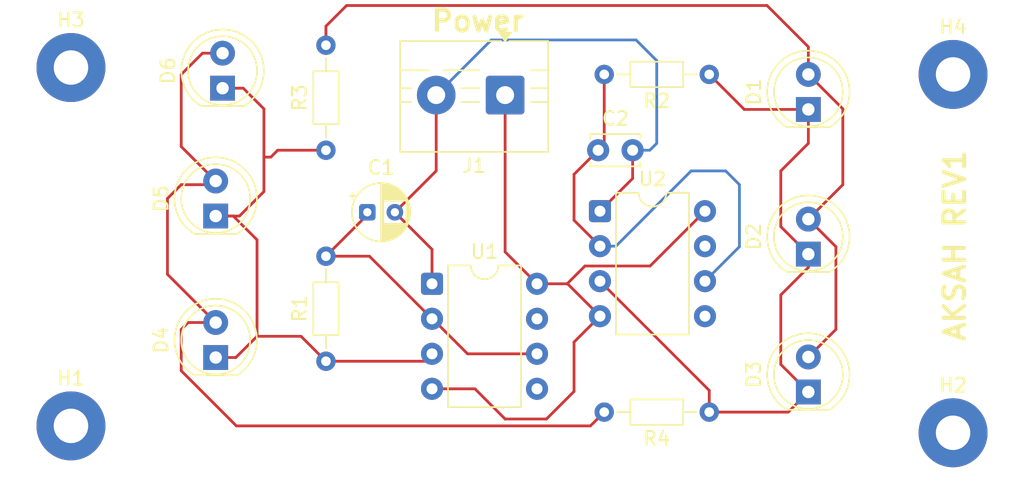
<source format=kicad_pcb>
(kicad_pcb (version 20241229) (generator "pcbnew") (generator_version "9.0")
  (layers (0 "F.Cu" signal) (2 "B.Cu" signal) (13 "F.Paste" user) (15 "B.Paste" user) (5 "F.SilkS" user "F.Silkscreen") (7 "B.SilkS" user "B.Silkscreen") (1 "F.Mask" user) (3 "B.Mask" user) (25 "Edge.Cuts" user))
  (net 0 "")
  (net 1 "GND")
  (net 2 "+9V")
  (net 3 "Net-(U1-THR)")
  (net 4 "Net-(D4-K)")
  (net 5 "Net-(D1-K)")
  (net 6 "Net-(U2-THR)")
  (net 7 "Net-(D1-A)")
  (net 8 "Net-(D4-A)")
  (footprint "LED_THT:LED_D5.0mm" (layer "F.Cu") (at 154 127.04 90)
    (property "Reference" "D2" (at 1.27 -3.96 90) (layer "F.SilkS"))
    (property "Value" "LED")
    (fp_line (start -1.29 -1.545) (end -1.29 1.545) (stroke (width 0.12)) (layer "F.SilkS"))
    (fp_arc (start -1.29 -1.54483) (mid 2.071779 -2.880495) (end 4.26 0) (stroke (width 0.12)) (layer "F.SilkS"))
    (fp_arc (start 4.26 0) (mid 2.071779 2.880495) (end -1.29 1.54483) (stroke (width 0.12)) (layer "F.SilkS"))
    (fp_circle (center 1.27 0) (end 3.77 0) (stroke (width 0.12)) (fill no) (layer "F.SilkS"))
    (pad "1" thru_hole rect (at 0 0 90) (size 1.8 1.8) (drill 0.9) (layers "*.Cu" "*.Mask") (net 5 "Net-(D1-K)"))
    (pad "2" thru_hole circle (at 2.54 0 90) (size 1.8 1.8) (drill 0.9) (layers "*.Cu" "*.Mask") (net 7 "Net-(D1-A)"))
  )
  (footprint "Capacitor_THT:CP_Radial_D4.0mm_P2.00mm" (layer "F.Cu") (at 122 124)
    (property "Reference" "C1" (at 1 -3.25 0) (layer "F.SilkS"))
    (property "Value" "C_Polarized")
    (fp_line (start -1.269801 -1.195) (end -0.869801 -1.195) (stroke (width 0.12)) (layer "F.SilkS"))
    (fp_line (start -1.069801 -1.395) (end -1.069801 -0.995) (stroke (width 0.12)) (layer "F.SilkS"))
    (fp_line (start 1 -2.08) (end 1 2.08) (stroke (width 0.12)) (layer "F.SilkS"))
    (fp_line (start 1.04 -2.08) (end 1.04 2.08) (stroke (width 0.12)) (layer "F.SilkS"))
    (fp_line (start 1.08 -2.078) (end 1.08 2.078) (stroke (width 0.12)) (layer "F.SilkS"))
    (fp_line (start 1.12 -2.077) (end 1.12 2.077) (stroke (width 0.12)) (layer "F.SilkS"))
    (fp_line (start 1.16 -2.074) (end 1.16 2.074) (stroke (width 0.12)) (layer "F.SilkS"))
    (fp_line (start 1.2 -2.071) (end 1.2 -0.84) (stroke (width 0.12)) (layer "F.SilkS"))
    (fp_line (start 1.2 0.84) (end 1.2 2.071) (stroke (width 0.12)) (layer "F.SilkS"))
    (fp_line (start 1.24 -2.066) (end 1.24 -0.84) (stroke (width 0.12)) (layer "F.SilkS"))
    (fp_line (start 1.24 0.84) (end 1.24 2.066) (stroke (width 0.12)) (layer "F.SilkS"))
    (fp_line (start 1.28 -2.061) (end 1.28 -0.84) (stroke (width 0.12)) (layer "F.SilkS"))
    (fp_line (start 1.28 0.84) (end 1.28 2.061) (stroke (width 0.12)) (layer "F.SilkS"))
    (fp_line (start 1.32 -2.056) (end 1.32 -0.84) (stroke (width 0.12)) (layer "F.SilkS"))
    (fp_line (start 1.32 0.84) (end 1.32 2.056) (stroke (width 0.12)) (layer "F.SilkS"))
    (fp_line (start 1.36 -2.049) (end 1.36 -0.84) (stroke (width 0.12)) (layer "F.SilkS"))
    (fp_line (start 1.36 0.84) (end 1.36 2.049) (stroke (width 0.12)) (layer "F.SilkS"))
    (fp_line (start 1.4 -2.042) (end 1.4 -0.84) (stroke (width 0.12)) (layer "F.SilkS"))
    (fp_line (start 1.4 0.84) (end 1.4 2.042) (stroke (width 0.12)) (layer "F.SilkS"))
    (fp_line (start 1.44 -2.034) (end 1.44 -0.84) (stroke (width 0.12)) (layer "F.SilkS"))
    (fp_line (start 1.44 0.84) (end 1.44 2.034) (stroke (width 0.12)) (layer "F.SilkS"))
    (fp_line (start 1.48 -2.025) (end 1.48 -0.84) (stroke (width 0.12)) (layer "F.SilkS"))
    (fp_line (start 1.48 0.84) (end 1.48 2.025) (stroke (width 0.12)) (layer "F.SilkS"))
    (fp_line (start 1.52 -2.015) (end 1.52 -0.84) (stroke (width 0.12)) (layer "F.SilkS"))
    (fp_line (start 1.52 0.84) (end 1.52 2.015) (stroke (width 0.12)) (layer "F.SilkS"))
    (fp_line (start 1.56 -2.005) (end 1.56 -0.84) (stroke (width 0.12)) (layer "F.SilkS"))
    (fp_line (start 1.56 0.84) (end 1.56 2.005) (stroke (width 0.12)) (layer "F.SilkS"))
    (fp_line (start 1.6 -1.993) (end 1.6 -0.84) (stroke (width 0.12)) (layer "F.SilkS"))
    (fp_line (start 1.6 0.84) (end 1.6 1.993) (stroke (width 0.12)) (layer "F.SilkS"))
    (fp_line (start 1.64 -1.981) (end 1.64 -0.84) (stroke (width 0.12)) (layer "F.SilkS"))
    (fp_line (start 1.64 0.84) (end 1.64 1.981) (stroke (width 0.12)) (layer "F.SilkS"))
    (fp_line (start 1.68 -1.968) (end 1.68 -0.84) (stroke (width 0.12)) (layer "F.SilkS"))
    (fp_line (start 1.68 0.84) (end 1.68 1.968) (stroke (width 0.12)) (layer "F.SilkS"))
    (fp_line (start 1.72 -1.954) (end 1.72 -0.84) (stroke (width 0.12)) (layer "F.SilkS"))
    (fp_line (start 1.72 0.84) (end 1.72 1.954) (stroke (width 0.12)) (layer "F.SilkS"))
    (fp_line (start 1.76 -1.939) (end 1.76 -0.84) (stroke (width 0.12)) (layer "F.SilkS"))
    (fp_line (start 1.76 0.84) (end 1.76 1.939) (stroke (width 0.12)) (layer "F.SilkS"))
    (fp_line (start 1.8 -1.923) (end 1.8 -0.84) (stroke (width 0.12)) (layer "F.SilkS"))
    (fp_line (start 1.8 0.84) (end 1.8 1.923) (stroke (width 0.12)) (layer "F.SilkS"))
    (fp_line (start 1.84 -1.906) (end 1.84 -0.84) (stroke (width 0.12)) (layer "F.SilkS"))
    (fp_line (start 1.84 0.84) (end 1.84 1.906) (stroke (width 0.12)) (layer "F.SilkS"))
    (fp_line (start 1.88 -1.889) (end 1.88 -0.84) (stroke (width 0.12)) (layer "F.SilkS"))
    (fp_line (start 1.88 0.84) (end 1.88 1.889) (stroke (width 0.12)) (layer "F.SilkS"))
    (fp_line (start 1.92 -1.87) (end 1.92 -0.84) (stroke (width 0.12)) (layer "F.SilkS"))
    (fp_line (start 1.92 0.84) (end 1.92 1.87) (stroke (width 0.12)) (layer "F.SilkS"))
    (fp_line (start 1.96 -1.85) (end 1.96 -0.84) (stroke (width 0.12)) (layer "F.SilkS"))
    (fp_line (start 1.96 0.84) (end 1.96 1.85) (stroke (width 0.12)) (layer "F.SilkS"))
    (fp_line (start 2 -1.829) (end 2 -0.84) (stroke (width 0.12)) (layer "F.SilkS"))
    (fp_line (start 2 0.84) (end 2 1.829) (stroke (width 0.12)) (layer "F.SilkS"))
    (fp_line (start 2.04 -1.807) (end 2.04 -0.84) (stroke (width 0.12)) (layer "F.SilkS"))
    (fp_line (start 2.04 0.84) (end 2.04 1.807) (stroke (width 0.12)) (layer "F.SilkS"))
    (fp_line (start 2.08 -1.784) (end 2.08 -0.84) (stroke (width 0.12)) (layer "F.SilkS"))
    (fp_line (start 2.08 0.84) (end 2.08 1.784) (stroke (width 0.12)) (layer "F.SilkS"))
    (fp_line (start 2.12 -1.76) (end 2.12 -0.84) (stroke (width 0.12)) (layer "F.SilkS"))
    (fp_line (start 2.12 0.84) (end 2.12 1.76) (stroke (width 0.12)) (layer "F.SilkS"))
    (fp_line (start 2.16 -1.734) (end 2.16 -0.84) (stroke (width 0.12)) (layer "F.SilkS"))
    (fp_line (start 2.16 0.84) (end 2.16 1.734) (stroke (width 0.12)) (layer "F.SilkS"))
    (fp_line (start 2.2 -1.708) (end 2.2 -0.84) (stroke (width 0.12)) (layer "F.SilkS"))
    (fp_line (start 2.2 0.84) (end 2.2 1.708) (stroke (width 0.12)) (layer "F.SilkS"))
    (fp_line (start 2.24 -1.68) (end 2.24 -0.84) (stroke (width 0.12)) (layer "F.SilkS"))
    (fp_line (start 2.24 0.84) (end 2.24 1.68) (stroke (width 0.12)) (layer "F.SilkS"))
    (fp_line (start 2.28 -1.65) (end 2.28 -0.84) (stroke (width 0.12)) (layer "F.SilkS"))
    (fp_line (start 2.28 0.84) (end 2.28 1.65) (stroke (width 0.12)) (layer "F.SilkS"))
    (fp_line (start 2.32 -1.619) (end 2.32 -0.84) (stroke (width 0.12)) (layer "F.SilkS"))
    (fp_line (start 2.32 0.84) (end 2.32 1.619) (stroke (width 0.12)) (layer "F.SilkS"))
    (fp_line (start 2.36 -1.586) (end 2.36 -0.84) (stroke (width 0.12)) (layer "F.SilkS"))
    (fp_line (start 2.36 0.84) (end 2.36 1.586) (stroke (width 0.12)) (layer "F.SilkS"))
    (fp_line (start 2.4 -1.552) (end 2.4 -0.84) (stroke (width 0.12)) (layer "F.SilkS"))
    (fp_line (start 2.4 0.84) (end 2.4 1.552) (stroke (width 0.12)) (layer "F.SilkS"))
    (fp_line (start 2.44 -1.516) (end 2.44 -0.84) (stroke (width 0.12)) (layer "F.SilkS"))
    (fp_line (start 2.44 0.84) (end 2.44 1.516) (stroke (width 0.12)) (layer "F.SilkS"))
    (fp_line (start 2.48 -1.478) (end 2.48 -0.84) (stroke (width 0.12)) (layer "F.SilkS"))
    (fp_line (start 2.48 0.84) (end 2.48 1.478) (stroke (width 0.12)) (layer "F.SilkS"))
    (fp_line (start 2.52 -1.438) (end 2.52 -0.84) (stroke (width 0.12)) (layer "F.SilkS"))
    (fp_line (start 2.52 0.84) (end 2.52 1.438) (stroke (width 0.12)) (layer "F.SilkS"))
    (fp_line (start 2.56 -1.396) (end 2.56 -0.84) (stroke (width 0.12)) (layer "F.SilkS"))
    (fp_line (start 2.56 0.84) (end 2.56 1.396) (stroke (width 0.12)) (layer "F.SilkS"))
    (fp_line (start 2.6 -1.351) (end 2.6 -0.84) (stroke (width 0.12)) (layer "F.SilkS"))
    (fp_line (start 2.6 0.84) (end 2.6 1.351) (stroke (width 0.12)) (layer "F.SilkS"))
    (fp_line (start 2.64 -1.303) (end 2.64 -0.84) (stroke (width 0.12)) (layer "F.SilkS"))
    (fp_line (start 2.64 0.84) (end 2.64 1.303) (stroke (width 0.12)) (layer "F.SilkS"))
    (fp_line (start 2.68 -1.253) (end 2.68 -0.84) (stroke (width 0.12)) (layer "F.SilkS"))
    (fp_line (start 2.68 0.84) (end 2.68 1.253) (stroke (width 0.12)) (layer "F.SilkS"))
    (fp_line (start 2.72 -1.199) (end 2.72 -0.84) (stroke (width 0.12)) (layer "F.SilkS"))
    (fp_line (start 2.72 0.84) (end 2.72 1.199) (stroke (width 0.12)) (layer "F.SilkS"))
    (fp_line (start 2.76 -1.142) (end 2.76 -0.84) (stroke (width 0.12)) (layer "F.SilkS"))
    (fp_line (start 2.76 0.84) (end 2.76 1.142) (stroke (width 0.12)) (layer "F.SilkS"))
    (fp_line (start 2.8 -1.08) (end 2.8 -0.84) (stroke (width 0.12)) (layer "F.SilkS"))
    (fp_line (start 2.8 0.84) (end 2.8 1.08) (stroke (width 0.12)) (layer "F.SilkS"))
    (fp_line (start 2.84 -1.013) (end 2.84 1.013) (stroke (width 0.12)) (layer "F.SilkS"))
    (fp_line (start 2.88 -0.94) (end 2.88 0.94) (stroke (width 0.12)) (layer "F.SilkS"))
    (fp_line (start 2.92 -0.859) (end 2.92 0.859) (stroke (width 0.12)) (layer "F.SilkS"))
    (fp_line (start 2.96 -0.768) (end 2.96 0.768) (stroke (width 0.12)) (layer "F.SilkS"))
    (fp_line (start 3 -0.663) (end 3 0.663) (stroke (width 0.12)) (layer "F.SilkS"))
    (fp_line (start 3.04 -0.537) (end 3.04 0.537) (stroke (width 0.12)) (layer "F.SilkS"))
    (fp_line (start 3.08 -0.37) (end 3.08 0.37) (stroke (width 0.12)) (layer "F.SilkS"))
    (fp_circle (center 1 0) (end 3.12 0) (stroke (width 0.12)) (fill no) (layer "F.SilkS"))
    (pad "1" thru_hole roundrect (at 0 0) (size 1.2 1.2) (drill 0.6) (layers "*.Cu" "*.Mask") (roundrect_rratio 0.208333) (net 3 "Net-(U1-THR)"))
    (pad "2" thru_hole circle (at 2 0) (size 1.2 1.2) (drill 0.6) (layers "*.Cu" "*.Mask") (net 1 "GND"))
  )
  (footprint "LED_THT:LED_D5.0mm" (layer "F.Cu") (at 111.5 115 90)
    (property "Reference" "D6" (at 1.27 -3.96 90) (layer "F.SilkS"))
    (property "Value" "LED")
    (fp_line (start -1.29 -1.545) (end -1.29 1.545) (stroke (width 0.12)) (layer "F.SilkS"))
    (fp_arc (start -1.29 -1.54483) (mid 2.071779 -2.880495) (end 4.26 0) (stroke (width 0.12)) (layer "F.SilkS"))
    (fp_arc (start 4.26 0) (mid 2.071779 2.880495) (end -1.29 1.54483) (stroke (width 0.12)) (layer "F.SilkS"))
    (fp_circle (center 1.27 0) (end 3.77 0) (stroke (width 0.12)) (fill no) (layer "F.SilkS"))
    (pad "1" thru_hole rect (at 0 0 90) (size 1.8 1.8) (drill 0.9) (layers "*.Cu" "*.Mask") (net 4 "Net-(D4-K)"))
    (pad "2" thru_hole circle (at 2.54 0 90) (size 1.8 1.8) (drill 0.9) (layers "*.Cu" "*.Mask") (net 8 "Net-(D4-A)"))
  )
  (footprint "Resistor_THT:R_Axial_DIN0204_L3.6mm_D1.6mm_P7.62mm_Horizontal" (layer "F.Cu") (at 119 134.81 90)
    (property "Reference" "R1" (at 3.81 -1.92 90) (layer "F.SilkS"))
    (property "Value" "820k")
    (fp_line (start 6.68 0) (end 5.73 0) (stroke (width 0.12)) (layer "F.SilkS"))
    (fp_line (start 0.94 0) (end 1.89 0) (stroke (width 0.12)) (layer "F.SilkS"))
    (fp_rect (start 1.89 -0.92) (end 5.73 0.92) (stroke (width 0.12)) (fill no) (layer "F.SilkS"))
    (pad "1" thru_hole circle (at 0 0 90) (size 1.4 1.4) (drill 0.7) (layers "*.Cu" "*.Mask") (net 4 "Net-(D4-K)"))
    (pad "2" thru_hole circle (at 7.62 0 90) (size 1.4 1.4) (drill 0.7) (layers "*.Cu" "*.Mask") (net 3 "Net-(U1-THR)"))
  )
  (footprint "LED_THT:LED_D5.0mm" (layer "F.Cu") (at 154 116.54 90)
    (property "Reference" "D1" (at 1.27 -3.96 90) (layer "F.SilkS"))
    (property "Value" "LED")
    (fp_line (start -1.29 -1.545) (end -1.29 1.545) (stroke (width 0.12)) (layer "F.SilkS"))
    (fp_arc (start -1.29 -1.54483) (mid 2.071779 -2.880495) (end 4.26 0) (stroke (width 0.12)) (layer "F.SilkS"))
    (fp_arc (start 4.26 0) (mid 2.071779 2.880495) (end -1.29 1.54483) (stroke (width 0.12)) (layer "F.SilkS"))
    (fp_circle (center 1.27 0) (end 3.77 0) (stroke (width 0.12)) (fill no) (layer "F.SilkS"))
    (pad "1" thru_hole rect (at 0 0 90) (size 1.8 1.8) (drill 0.9) (layers "*.Cu" "*.Mask") (net 5 "Net-(D1-K)"))
    (pad "2" thru_hole circle (at 2.54 0 90) (size 1.8 1.8) (drill 0.9) (layers "*.Cu" "*.Mask") (net 7 "Net-(D1-A)"))
  )
  (footprint "MountingHole:MountingHole_2.5mm_Pad" (layer "F.Cu") (at 164.5 140)
    (property "Reference" "H2" (at 0 -3.45 0) (layer "F.SilkS"))
    (property "Value" "MountingHole")
    (pad "1" thru_hole circle (at 0 0) (size 5 5) (drill 2.5) (layers "*.Cu" "*.Mask"))
  )
  (footprint "Resistor_THT:R_Axial_DIN0204_L3.6mm_D1.6mm_P7.62mm_Horizontal" (layer "F.Cu") (at 146.81 138.5 180)
    (property "Reference" "R4" (at 3.81 -1.92 0) (layer "F.SilkS"))
    (property "Value" "68")
    (fp_line (start 6.68 0) (end 5.73 0) (stroke (width 0.12)) (layer "F.SilkS"))
    (fp_line (start 0.94 0) (end 1.89 0) (stroke (width 0.12)) (layer "F.SilkS"))
    (fp_rect (start 1.89 -0.92) (end 5.73 0.92) (stroke (width 0.12)) (fill no) (layer "F.SilkS"))
    (pad "1" thru_hole circle (at 0 0 180) (size 1.4 1.4) (drill 0.7) (layers "*.Cu" "*.Mask") (net 5 "Net-(D1-K)"))
    (pad "2" thru_hole circle (at 7.62 0 180) (size 1.4 1.4) (drill 0.7) (layers "*.Cu" "*.Mask") (net 8 "Net-(D4-A)"))
  )
  (footprint "Package_DIP:DIP-8_W7.62mm" (layer "F.Cu") (at 126.695 129.19)
    (property "Reference" "U1" (at 3.81 -2.33 0) (layer "F.SilkS"))
    (property "Value" "NE555P")
    (fp_line (start 1.16 -1.33) (end 1.16 8.95) (stroke (width 0.12)) (layer "F.SilkS"))
    (fp_line (start 1.16 8.95) (end 6.46 8.95) (stroke (width 0.12)) (layer "F.SilkS"))
    (fp_line (start 2.81 -1.33) (end 1.16 -1.33) (stroke (width 0.12)) (layer "F.SilkS"))
    (fp_line (start 6.46 -1.33) (end 4.81 -1.33) (stroke (width 0.12)) (layer "F.SilkS"))
    (fp_line (start 6.46 8.95) (end 6.46 -1.33) (stroke (width 0.12)) (layer "F.SilkS"))
    (fp_arc (start 4.81 -1.33) (mid 3.81 -0.33) (end 2.81 -1.33) (stroke (width 0.12)) (layer "F.SilkS"))
    (pad "1" thru_hole roundrect (at 0 0) (size 1.6 1.6) (drill 0.8) (layers "*.Cu" "*.Mask") (roundrect_rratio 0.15625) (net 1 "GND"))
    (pad "2" thru_hole circle (at 0 2.54) (size 1.6 1.6) (drill 0.8) (layers "*.Cu" "*.Mask") (net 3 "Net-(U1-THR)"))
    (pad "3" thru_hole circle (at 0 5.08) (size 1.6 1.6) (drill 0.8) (layers "*.Cu" "*.Mask") (net 4 "Net-(D4-K)"))
    (pad "4" thru_hole circle (at 0 7.62) (size 1.6 1.6) (drill 0.8) (layers "*.Cu" "*.Mask") (net 2 "+9V"))
    (pad "5" thru_hole circle (at 7.62 7.62) (size 1.6 1.6) (drill 0.8) (layers "*.Cu" "*.Mask"))
    (pad "6" thru_hole circle (at 7.62 5.08) (size 1.6 1.6) (drill 0.8) (layers "*.Cu" "*.Mask") (net 3 "Net-(U1-THR)"))
    (pad "7" thru_hole circle (at 7.62 2.54) (size 1.6 1.6) (drill 0.8) (layers "*.Cu" "*.Mask"))
    (pad "8" thru_hole circle (at 7.62 0) (size 1.6 1.6) (drill 0.8) (layers "*.Cu" "*.Mask") (net 2 "+9V"))
  )
  (footprint "LED_THT:LED_D5.0mm" (layer "F.Cu") (at 111 134.54 90)
    (property "Reference" "D4" (at 1.27 -3.96 90) (layer "F.SilkS"))
    (property "Value" "LED")
    (fp_line (start -1.29 -1.545) (end -1.29 1.545) (stroke (width 0.12)) (layer "F.SilkS"))
    (fp_arc (start -1.29 -1.54483) (mid 2.071779 -2.880495) (end 4.26 0) (stroke (width 0.12)) (layer "F.SilkS"))
    (fp_arc (start 4.26 0) (mid 2.071779 2.880495) (end -1.29 1.54483) (stroke (width 0.12)) (layer "F.SilkS"))
    (fp_circle (center 1.27 0) (end 3.77 0) (stroke (width 0.12)) (fill no) (layer "F.SilkS"))
    (pad "1" thru_hole rect (at 0 0 90) (size 1.8 1.8) (drill 0.9) (layers "*.Cu" "*.Mask") (net 4 "Net-(D4-K)"))
    (pad "2" thru_hole circle (at 2.54 0 90) (size 1.8 1.8) (drill 0.9) (layers "*.Cu" "*.Mask") (net 8 "Net-(D4-A)"))
  )
  (footprint "Resistor_THT:R_Axial_DIN0204_L3.6mm_D1.6mm_P7.62mm_Horizontal" (layer "F.Cu") (at 119 119.5 90)
    (property "Reference" "R3" (at 3.81 -1.92 90) (layer "F.SilkS"))
    (property "Value" "68")
    (fp_line (start 6.68 0) (end 5.73 0) (stroke (width 0.12)) (layer "F.SilkS"))
    (fp_line (start 0.94 0) (end 1.89 0) (stroke (width 0.12)) (layer "F.SilkS"))
    (fp_rect (start 1.89 -0.92) (end 5.73 0.92) (stroke (width 0.12)) (fill no) (layer "F.SilkS"))
    (pad "1" thru_hole circle (at 0 0 90) (size 1.4 1.4) (drill 0.7) (layers "*.Cu" "*.Mask") (net 4 "Net-(D4-K)"))
    (pad "2" thru_hole circle (at 7.62 0 90) (size 1.4 1.4) (drill 0.7) (layers "*.Cu" "*.Mask") (net 7 "Net-(D1-A)"))
  )
  (footprint "MountingHole:MountingHole_2.5mm_Pad" (layer "F.Cu") (at 100.5 113.5)
    (property "Reference" "H3" (at 0 -3.45 0) (layer "F.SilkS"))
    (property "Value" "MountingHole")
    (pad "1" thru_hole circle (at 0 0) (size 5 5) (drill 2.5) (layers "*.Cu" "*.Mask"))
  )
  (footprint "LED_THT:LED_D5.0mm" (layer "F.Cu") (at 111 124.275 90)
    (property "Reference" "D5" (at 1.27 -3.96 90) (layer "F.SilkS"))
    (property "Value" "LED")
    (fp_line (start -1.29 -1.545) (end -1.29 1.545) (stroke (width 0.12)) (layer "F.SilkS"))
    (fp_arc (start -1.29 -1.54483) (mid 2.071779 -2.880495) (end 4.26 0) (stroke (width 0.12)) (layer "F.SilkS"))
    (fp_arc (start 4.26 0) (mid 2.071779 2.880495) (end -1.29 1.54483) (stroke (width 0.12)) (layer "F.SilkS"))
    (fp_circle (center 1.27 0) (end 3.77 0) (stroke (width 0.12)) (fill no) (layer "F.SilkS"))
    (pad "1" thru_hole rect (at 0 0 90) (size 1.8 1.8) (drill 0.9) (layers "*.Cu" "*.Mask") (net 4 "Net-(D4-K)"))
    (pad "2" thru_hole circle (at 2.54 0 90) (size 1.8 1.8) (drill 0.9) (layers "*.Cu" "*.Mask") (net 8 "Net-(D4-A)"))
  )
  (footprint "Resistor_THT:R_Axial_DIN0204_L3.6mm_D1.6mm_P7.62mm_Horizontal" (layer "F.Cu") (at 146.81 114 180)
    (property "Reference" "R2" (at 3.81 -1.92 0) (layer "F.SilkS"))
    (property "Value" "820k")
    (fp_line (start 6.68 0) (end 5.73 0) (stroke (width 0.12)) (layer "F.SilkS"))
    (fp_line (start 0.94 0) (end 1.89 0) (stroke (width 0.12)) (layer "F.SilkS"))
    (fp_rect (start 1.89 -0.92) (end 5.73 0.92) (stroke (width 0.12)) (fill no) (layer "F.SilkS"))
    (pad "1" thru_hole circle (at 0 0 180) (size 1.4 1.4) (drill 0.7) (layers "*.Cu" "*.Mask") (net 5 "Net-(D1-K)"))
    (pad "2" thru_hole circle (at 7.62 0 180) (size 1.4 1.4) (drill 0.7) (layers "*.Cu" "*.Mask") (net 6 "Net-(U2-THR)"))
  )
  (footprint "MountingHole:MountingHole_2.5mm_Pad" (layer "F.Cu") (at 100.5 139.5)
    (property "Reference" "H1" (at 0 -3.45 0) (layer "F.SilkS"))
    (property "Value" "MountingHole")
    (pad "1" thru_hole circle (at 0 0) (size 5 5) (drill 2.5) (layers "*.Cu" "*.Mask"))
  )
  (footprint "LED_THT:LED_D5.0mm" (layer "F.Cu") (at 154 137.04 90)
    (property "Reference" "D3" (at 1.27 -3.96 90) (layer "F.SilkS"))
    (property "Value" "LED")
    (fp_line (start -1.29 -1.545) (end -1.29 1.545) (stroke (width 0.12)) (layer "F.SilkS"))
    (fp_arc (start -1.29 -1.54483) (mid 2.071779 -2.880495) (end 4.26 0) (stroke (width 0.12)) (layer "F.SilkS"))
    (fp_arc (start 4.26 0) (mid 2.071779 2.880495) (end -1.29 1.54483) (stroke (width 0.12)) (layer "F.SilkS"))
    (fp_circle (center 1.27 0) (end 3.77 0) (stroke (width 0.12)) (fill no) (layer "F.SilkS"))
    (pad "1" thru_hole rect (at 0 0 90) (size 1.8 1.8) (drill 0.9) (layers "*.Cu" "*.Mask") (net 5 "Net-(D1-K)"))
    (pad "2" thru_hole circle (at 2.54 0 90) (size 1.8 1.8) (drill 0.9) (layers "*.Cu" "*.Mask") (net 7 "Net-(D1-A)"))
  )
  (footprint "MountingHole:MountingHole_2.5mm_Pad" (layer "F.Cu") (at 164.5 114)
    (property "Reference" "H4" (at 0 -3.45 0) (layer "F.SilkS"))
    (property "Value" "MountingHole")
    (pad "1" thru_hole circle (at 0 0) (size 5 5) (drill 2.5) (layers "*.Cu" "*.Mask"))
  )
  (footprint "Capacitor_THT:C_Disc_D3.4mm_W2.1mm_P2.50mm" (layer "F.Cu") (at 138.75 119.5)
    (property "Reference" "C2" (at 1.25 -2.3 0) (layer "F.SilkS"))
    (property "Value" "C")
    (fp_line (start -0.57 -1.17) (end 3.07 -1.17) (stroke (width 0.12)) (layer "F.SilkS"))
    (fp_line (start -0.57 -0.87) (end -0.57 -1.17) (stroke (width 0.12)) (layer "F.SilkS"))
    (fp_line (start -0.57 1.17) (end -0.57 0.87) (stroke (width 0.12)) (layer "F.SilkS"))
    (fp_line (start 3.07 -1.17) (end 3.07 -0.87) (stroke (width 0.12)) (layer "F.SilkS"))
    (fp_line (start 3.07 0.87) (end 3.07 1.17) (stroke (width 0.12)) (layer "F.SilkS"))
    (fp_line (start 3.07 1.17) (end -0.57 1.17) (stroke (width 0.12)) (layer "F.SilkS"))
    (pad "1" thru_hole circle (at 0 0) (size 1.6 1.6) (drill 0.8) (layers "*.Cu" "*.Mask") (net 6 "Net-(U2-THR)"))
    (pad "2" thru_hole circle (at 2.5 0) (size 1.6 1.6) (drill 0.8) (layers "*.Cu" "*.Mask") (net 1 "GND"))
  )
  (footprint "Package_DIP:DIP-8_W7.62mm" (layer "F.Cu") (at 138.88 123.92)
    (property "Reference" "U2" (at 3.81 -2.33 0) (layer "F.SilkS"))
    (property "Value" "NE555P")
    (fp_line (start 1.16 -1.33) (end 1.16 8.95) (stroke (width 0.12)) (layer "F.SilkS"))
    (fp_line (start 1.16 8.95) (end 6.46 8.95) (stroke (width 0.12)) (layer "F.SilkS"))
    (fp_line (start 2.81 -1.33) (end 1.16 -1.33) (stroke (width 0.12)) (layer "F.SilkS"))
    (fp_line (start 6.46 -1.33) (end 4.81 -1.33) (stroke (width 0.12)) (layer "F.SilkS"))
    (fp_line (start 6.46 8.95) (end 6.46 -1.33) (stroke (width 0.12)) (layer "F.SilkS"))
    (fp_arc (start 4.81 -1.33) (mid 3.81 -0.33) (end 2.81 -1.33) (stroke (width 0.12)) (layer "F.SilkS"))
    (pad "1" thru_hole roundrect (at 0 0) (size 1.6 1.6) (drill 0.8) (layers "*.Cu" "*.Mask") (roundrect_rratio 0.15625) (net 1 "GND"))
    (pad "2" thru_hole circle (at 0 2.54) (size 1.6 1.6) (drill 0.8) (layers "*.Cu" "*.Mask") (net 6 "Net-(U2-THR)"))
    (pad "3" thru_hole circle (at 0 5.08) (size 1.6 1.6) (drill 0.8) (layers "*.Cu" "*.Mask") (net 5 "Net-(D1-K)"))
    (pad "4" thru_hole circle (at 0 7.62) (size 1.6 1.6) (drill 0.8) (layers "*.Cu" "*.Mask") (net 2 "+9V"))
    (pad "5" thru_hole circle (at 7.62 7.62) (size 1.6 1.6) (drill 0.8) (layers "*.Cu" "*.Mask"))
    (pad "6" thru_hole circle (at 7.62 5.08) (size 1.6 1.6) (drill 0.8) (layers "*.Cu" "*.Mask") (net 6 "Net-(U2-THR)"))
    (pad "7" thru_hole circle (at 7.62 2.54) (size 1.6 1.6) (drill 0.8) (layers "*.Cu" "*.Mask"))
    (pad "8" thru_hole circle (at 7.62 0) (size 1.6 1.6) (drill 0.8) (layers "*.Cu" "*.Mask") (net 2 "+9V"))
  )
  (footprint "TerminalBlock:TerminalBlock_MaiXu_MX126-5.0-02P_1x02_P5.00mm" (layer "F.Cu") (at 132 115.5 180)
    (property "Reference" "J1" (at 2.25 -5.12 0) (layer "F.SilkS"))
    (property "Value" "POWER 9V")
    (fp_line (start 7.62 3.92) (end 0.3 3.92) (stroke (width 0.12)) (layer "F.SilkS"))
    (fp_line (start 7.62 -4.12) (end 7.62 3.92) (stroke (width 0.12)) (layer "F.SilkS"))
    (fp_line (start 6.812 0.5) (end 7.62 0.5) (stroke (width 0.12)) (layer "F.SilkS"))
    (fp_line (start 6.812 -0.5) (end 7.62 -0.5) (stroke (width 0.12)) (layer "F.SilkS"))
    (fp_line (start 5.543 1.8) (end 7.62 1.8) (stroke (width 0.12)) (layer "F.SilkS"))
    (fp_line (start 1.88 1.8) (end 4.457 1.8) (stroke (width 0.12)) (layer "F.SilkS"))
    (fp_line (start 1.88 0.5) (end 3.188 0.5) (stroke (width 0.12)) (layer "F.SilkS"))
    (fp_line (start 1.88 -0.5) (end 3.188 -0.5) (stroke (width 0.12)) (layer "F.SilkS"))
    (fp_line (start -0.3 3.92) (end -3.12 3.92) (stroke (width 0.12)) (layer "F.SilkS"))
    (fp_line (start -3.12 3.92) (end -3.12 -4.12) (stroke (width 0.12)) (layer "F.SilkS"))
    (fp_line (start -3.12 1.8) (end -1.88 1.8) (stroke (width 0.12)) (layer "F.SilkS"))
    (fp_line (start -3.12 0.5) (end -1.88 0.5) (stroke (width 0.12)) (layer "F.SilkS"))
    (fp_line (start -3.12 -0.5) (end -1.88 -0.5) (stroke (width 0.12)) (layer "F.SilkS"))
    (fp_line (start -3.12 -4.12) (end 7.62 -4.12) (stroke (width 0.12)) (layer "F.SilkS"))
    (fp_poly (pts (xy 0 3.92) (xy 0.44 4.53) (xy -0.44 4.53)) (stroke (width 0.12)) (fill yes) (layer "F.SilkS"))
    (pad "1" thru_hole roundrect (at 0 0 180) (size 2.8 2.8) (drill 1.3) (layers "*.Cu" "*.Mask") (roundrect_rratio 0.089286) (net 2 "+9V"))
    (pad "2" thru_hole circle (at 5 0 180) (size 2.8 2.8) (drill 1.3) (layers "*.Cu" "*.Mask") (net 1 "GND"))
  )
  (gr_text "AKSAH REV1" (at 165.5 133.5 90) (layer "F.SilkS") (effects (font (size 1.5 1.5) (thickness 0.3) (bold yes)) (justify left bottom)))
  (gr_text "Power\n" (at 126.5 111 0) (layer "F.SilkS") (effects (font (size 1.5 1.5) (thickness 0.3) (bold yes)) (justify left bottom)))
  (segment (start 141.25 119.5) (end 141.25 121.55) (width 0.2) (layer "F.Cu") (net 1))
  (segment (start 127 115.5) (end 127 121) (width 0.2) (layer "F.Cu") (net 1))
  (segment (start 141.25 121.55) (end 138.88 123.92) (width 0.2) (layer "F.Cu") (net 1))
  (segment (start 127 121) (end 124 124) (width 0.2) (layer "F.Cu") (net 1))
  (segment (start 124 124) (end 126.695 126.695) (width 0.2) (layer "F.Cu") (net 1))
  (segment (start 126.695 126.695) (end 126.695 129.19) (width 0.2) (layer "F.Cu") (net 1))
  (segment (start 143 113) (end 143 119) (width 0.2) (layer "B.Cu") (net 1))
  (segment (start 127 115.5) (end 131 111.5) (width 0.2) (layer "B.Cu") (net 1))
  (segment (start 141.5 111.5) (end 143 113) (width 0.2) (layer "B.Cu") (net 1))
  (segment (start 131 111.5) (end 141.5 111.5) (width 0.2) (layer "B.Cu") (net 1))
  (segment (start 143 119) (end 142.5 119.5) (width 0.2) (layer "B.Cu") (net 1))
  (segment (start 142.5 119.5) (end 141.25 119.5) (width 0.2) (layer "B.Cu") (net 1))
  (segment (start 136.53 129.19) (end 138.88 131.54) (width 0.2) (layer "F.Cu") (net 2))
  (segment (start 146.5 123.92) (end 142.521 127.899) (width 0.2) (layer "F.Cu") (net 2))
  (segment (start 137 137) (end 137 133.42) (width 0.2) (layer "F.Cu") (net 2))
  (segment (start 132 115.5) (end 132 126.875) (width 0.2) (layer "F.Cu") (net 2))
  (segment (start 136.5 129.19) (end 136.53 129.19) (width 0.2) (layer "F.Cu") (net 2))
  (segment (start 135 139) (end 137 137) (width 0.2) (layer "F.Cu") (net 2))
  (segment (start 132 139) (end 135 139) (width 0.2) (layer "F.Cu") (net 2))
  (segment (start 129.81 136.81) (end 132 139) (width 0.2) (layer "F.Cu") (net 2))
  (segment (start 132 126.875) (end 134.315 129.19) (width 0.2) (layer "F.Cu") (net 2))
  (segment (start 137.791 127.899) (end 136.5 129.19) (width 0.2) (layer "F.Cu") (net 2))
  (segment (start 126.695 136.81) (end 129.81 136.81) (width 0.2) (layer "F.Cu") (net 2))
  (segment (start 142.521 127.899) (end 137.791 127.899) (width 0.2) (layer "F.Cu") (net 2))
  (segment (start 134.315 129.19) (end 136.5 129.19) (width 0.2) (layer "F.Cu") (net 2))
  (segment (start 137 133.42) (end 138.88 131.54) (width 0.2) (layer "F.Cu") (net 2))
  (segment (start 126.73 131.73) (end 129.27 134.27) (width 0.2) (layer "F.Cu") (net 3))
  (segment (start 119 127.19) (end 122.155 127.19) (width 0.2) (layer "F.Cu") (net 3))
  (segment (start 119 127.19) (end 122 124.19) (width 0.2) (layer "F.Cu") (net 3))
  (segment (start 122.155 127.19) (end 126.695 131.73) (width 0.2) (layer "F.Cu") (net 3))
  (segment (start 122 124.19) (end 122 124) (width 0.2) (layer "F.Cu") (net 3))
  (segment (start 129.27 134.27) (end 134.315 134.27) (width 0.2) (layer "F.Cu") (net 3))
  (segment (start 126.695 131.73) (end 126.73 131.73) (width 0.2) (layer "F.Cu") (net 3))
  (segment (start 114.5 120) (end 114.5 122.5) (width 0.2) (layer "F.Cu") (net 4))
  (segment (start 114 133) (end 112.46 134.54) (width 0.2) (layer "F.Cu") (net 4))
  (segment (start 119 134.81) (end 117.19 133) (width 0.2) (layer "F.Cu") (net 4))
  (segment (start 112.275 124.275) (end 114 126) (width 0.2) (layer "F.Cu") (net 4))
  (segment (start 115.5 119.5) (end 119 119.5) (width 0.2) (layer "F.Cu") (net 4))
  (segment (start 115 120) (end 115.5 119.5) (width 0.2) (layer "F.Cu") (net 4))
  (segment (start 112.725 124.275) (end 111 124.275) (width 0.2) (layer "F.Cu") (net 4))
  (segment (start 126.155 134.81) (end 126.695 134.27) (width 0.2) (layer "F.Cu") (net 4))
  (segment (start 114.5 122.5) (end 112.725 124.275) (width 0.2) (layer "F.Cu") (net 4))
  (segment (start 114.5 120) (end 115 120) (width 0.2) (layer "F.Cu") (net 4))
  (segment (start 112.46 134.54) (end 111 134.54) (width 0.2) (layer "F.Cu") (net 4))
  (segment (start 111.5 115) (end 113 115) (width 0.2) (layer "F.Cu") (net 4))
  (segment (start 114 126) (end 114 133) (width 0.2) (layer "F.Cu") (net 4))
  (segment (start 117.19 133) (end 114 133) (width 0.2) (layer "F.Cu") (net 4))
  (segment (start 111 124.275) (end 112.275 124.275) (width 0.2) (layer "F.Cu") (net 4))
  (segment (start 114.5 116.5) (end 114.5 120) (width 0.2) (layer "F.Cu") (net 4))
  (segment (start 113 115) (end 114.5 116.5) (width 0.2) (layer "F.Cu") (net 4))
  (segment (start 119 134.81) (end 126.155 134.81) (width 0.2) (layer "F.Cu") (net 4))
  (segment (start 154 127.04) (end 154 128) (width 0.2) (layer "F.Cu") (net 5))
  (segment (start 146.81 138.5) (end 146.81 136.93) (width 0.2) (layer "F.Cu") (net 5))
  (segment (start 146.81 136.93) (end 138.88 129) (width 0.2) (layer "F.Cu") (net 5))
  (segment (start 152 121) (end 152 125.04) (width 0.2) (layer "F.Cu") (net 5))
  (segment (start 152 130) (end 152 135.04) (width 0.2) (layer "F.Cu") (net 5))
  (segment (start 152 125.04) (end 154 127.04) (width 0.2) (layer "F.Cu") (net 5))
  (segment (start 146.81 138.5) (end 152.54 138.5) (width 0.2) (layer "F.Cu") (net 5))
  (segment (start 146.81 114) (end 149.35 116.54) (width 0.2) (layer "F.Cu") (net 5))
  (segment (start 154 116.54) (end 154 119) (width 0.2) (layer "F.Cu") (net 5))
  (segment (start 154 119) (end 152 121) (width 0.2) (layer "F.Cu") (net 5))
  (segment (start 152.54 138.5) (end 154 137.04) (width 0.2) (layer "F.Cu") (net 5))
  (segment (start 154 128) (end 152 130) (width 0.2) (layer "F.Cu") (net 5))
  (segment (start 149.35 116.54) (end 154 116.54) (width 0.2) (layer "F.Cu") (net 5))
  (segment (start 152 135.04) (end 154 137.04) (width 0.2) (layer "F.Cu") (net 5))
  (segment (start 139.19 114) (end 139.19 119.06) (width 0.2) (layer "F.Cu") (net 6))
  (segment (start 138.75 119.5) (end 137 121.25) (width 0.2) (layer "F.Cu") (net 6))
  (segment (start 139.19 119.06) (end 138.75 119.5) (width 0.2) (layer "F.Cu") (net 6))
  (segment (start 137 121.25) (end 137 124.58) (width 0.2) (layer "F.Cu") (net 6))
  (segment (start 137 124.58) (end 138.88 126.46) (width 0.2) (layer "F.Cu") (net 6))
  (segment (start 146.5 129) (end 149 126.5) (width 0.2) (layer "B.Cu") (net 6))
  (segment (start 149 126.5) (end 149 122) (width 0.2) (layer "B.Cu") (net 6))
  (segment (start 140.04 126.46) (end 138.88 126.46) (width 0.2) (layer "B.Cu") (net 6))
  (segment (start 148 121) (end 145.5 121) (width 0.2) (layer "B.Cu") (net 6))
  (segment (start 149 122) (end 148 121) (width 0.2) (layer "B.Cu") (net 6))
  (segment (start 145.5 121) (end 140.04 126.46) (width 0.2) (layer "B.Cu") (net 6))
  (segment (start 120.5 109) (end 151 109) (width 0.2) (layer "F.Cu") (net 7))
  (segment (start 119 111.88) (end 119 110.5) (width 0.2) (layer "F.Cu") (net 7))
  (segment (start 156.5 122) (end 154 124.5) (width 0.2) (layer "F.Cu") (net 7))
  (segment (start 119 110.5) (end 120.5 109) (width 0.2) (layer "F.Cu") (net 7))
  (segment (start 154 124.5) (end 156 126.5) (width 0.2) (layer "F.Cu") (net 7))
  (segment (start 156.5 116.5) (end 156.5 122) (width 0.2) (layer "F.Cu") (net 7))
  (segment (start 156 126.5) (end 156 132.5) (width 0.2) (layer "F.Cu") (net 7))
  (segment (start 156 132.5) (end 154 134.5) (width 0.2) (layer "F.Cu") (net 7))
  (segment (start 154 114) (end 156.5 116.5) (width 0.2) (layer "F.Cu") (net 7))
  (segment (start 154 112) (end 154 114) (width 0.2) (layer "F.Cu") (net 7))
  (segment (start 151 109) (end 154 112) (width 0.2) (layer "F.Cu") (net 7))
  (segment (start 109 132) (end 108.5 132.5) (width 0.2) (layer "F.Cu") (net 8))
  (segment (start 111.5 112.46) (end 110.04 112.46) (width 0.2) (layer "F.Cu") (net 8))
  (segment (start 107.5 123) (end 107.5 128.5) (width 0.2) (layer "F.Cu") (net 8))
  (segment (start 111 121.735) (end 110.735 122) (width 0.2) (layer "F.Cu") (net 8))
  (segment (start 108.5 114) (end 108.5 119.235) (width 0.2) (layer "F.Cu") (net 8))
  (segment (start 110.735 122) (end 108.5 122) (width 0.2) (layer "F.Cu") (net 8))
  (segment (start 107.5 128.5) (end 111 132) (width 0.2) (layer "F.Cu") (net 8))
  (segment (start 108.5 135.5) (end 112.5 139.5) (width 0.2) (layer "F.Cu") (net 8))
  (segment (start 110.04 112.46) (end 108.5 114) (width 0.2) (layer "F.Cu") (net 8))
  (segment (start 108.5 119.235) (end 111 121.735) (width 0.2) (layer "F.Cu") (net 8))
  (segment (start 111 132) (end 109 132) (width 0.2) (layer "F.Cu") (net 8))
  (segment (start 108.5 132.5) (end 108.5 135.5) (width 0.2) (layer "F.Cu") (net 8))
  (segment (start 112.5 139.5) (end 138.19 139.5) (width 0.2) (layer "F.Cu") (net 8))
  (segment (start 108.5 122) (end 107.5 123) (width 0.2) (layer "F.Cu") (net 8))
  (segment (start 138.19 139.5) (end 139.19 138.5) (width 0.2) (layer "F.Cu") (net 8))
)
</source>
